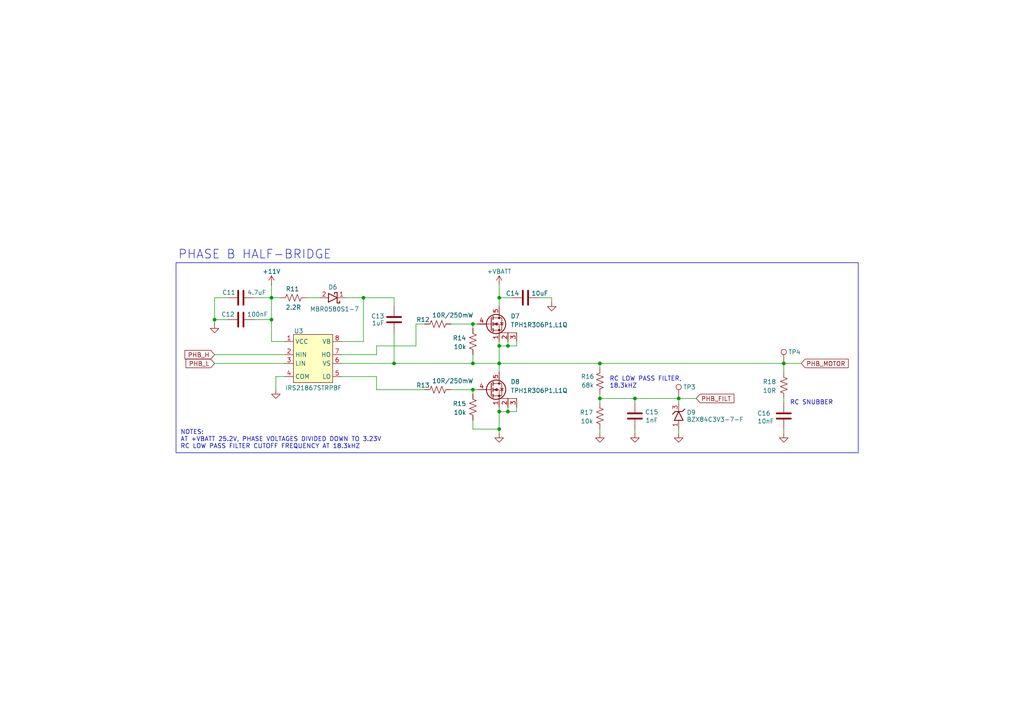
<source format=kicad_sch>
(kicad_sch (version 20231120) (generator "eeschema") (generator_version "8.0")
  (paper "A4")
  (title_block (title "PHASE B HALF-BRIDGE") (date "2025-12-20") (rev "A") (comment 1 "REVIEWED BY:") (comment 3 "GITHUB: /nikphillydev") (comment 4 "DRAWN BY: N.PHILIPENKO") (comment 5 "SIGNED:"))
  (lib_symbols
    (symbol "Connector:TestPoint" (pin_numbers hide) (pin_names (offset 0.762) hide)
      (property "Reference" "TP" (at 0 6.858 0))
      (property "Value" "TestPoint" (at 0 5.08 0))
      (symbol "TestPoint_0_1"
        (circle (center 0 3.302) (radius 0.762))
      )
      (symbol "TestPoint_1_1"
        (pin passive line (at 0 0 90) (length 2.54) (name "1") (number "1"))
      )
    )
    (symbol "Device:C" (pin_numbers hide) (pin_names (offset 0.254))
      (property "Reference" "C" (at 0.635 2.54 0))
      (property "Value" "C" (at 0.635 -2.54 0))
      (symbol "C_0_1"
        (polyline (pts (xy -2.032 -0.762) (xy 2.032 -0.762)) (stroke (width 0.508)))
        (polyline (pts (xy -2.032 0.762) (xy 2.032 0.762)) (stroke (width 0.508)))
      )
      (symbol "C_1_1"
        (pin passive line (at 0 3.81 270) (length 2.794) (name "~") (number "1"))
        (pin passive line (at 0 -3.81 90) (length 2.794) (name "~") (number "2"))
      )
    )
    (symbol "Device:R_US" (pin_numbers hide) (pin_names (offset 0))
      (property "Reference" "R" (at 2.54 0 90))
      (property "Value" "R_US" (at -2.54 0 90))
      (symbol "R_US_0_1"
        (polyline (pts (xy 0 -2.286) (xy 0 -2.54)))
        (polyline (pts (xy 0 2.286) (xy 0 2.54)))
        (polyline (pts (xy 0 -0.762) (xy 1.016 -1.143) (xy 0 -1.524) (xy -1.016 -1.905) (xy 0 -2.286)))
        (polyline (pts (xy 0 0.762) (xy 1.016 0.381) (xy 0 0) (xy -1.016 -0.381) (xy 0 -0.762)))
        (polyline (pts (xy 0 2.286) (xy 1.016 1.905) (xy 0 1.524) (xy -1.016 1.143) (xy 0 0.762)))
      )
      (symbol "R_US_1_1"
        (pin passive line (at 0 3.81 270) (length 1.27) (name "~") (number "1"))
        (pin passive line (at 0 -3.81 90) (length 1.27) (name "~") (number "2"))
      )
    )
    (symbol "Diodes:N-MOSFET_ENHANCED_POWER" (pin_names hide)
      (property "Value" "N-MOSFET_POWER" (at 12.192 2.54 0))
      (symbol "N-MOSFET_ENHANCED_POWER_0_1"
        (polyline (pts (xy -1.016 0) (xy -3.81 0)))
        (polyline (pts (xy -1.016 1.905) (xy -1.016 -1.905)) (stroke (width 0.254)))
        (polyline (pts (xy -0.508 -1.27) (xy -0.508 -2.286)) (stroke (width 0.254)))
        (polyline (pts (xy -0.508 0.508) (xy -0.508 -0.508)) (stroke (width 0.254)))
        (polyline (pts (xy -0.508 2.286) (xy -0.508 1.27)) (stroke (width 0.254)))
        (polyline (pts (xy 1.27 2.54) (xy 1.27 1.778)))
        (polyline (pts (xy 1.27 -2.54) (xy 1.27 0) (xy -0.508 0)))
        (polyline (pts (xy 1.27 -2.54) (xy 3.81 -2.54) (xy 6.35 -2.54)))
        (polyline (pts (xy -0.508 -1.778) (xy 2.032 -1.778) (xy 2.032 1.778) (xy -0.508 1.778)))
        (polyline (pts (xy -0.254 0) (xy 0.762 0.381) (xy 0.762 -0.381) (xy -0.254 0)) (fill (type outline)))
        (polyline (pts (xy 1.524 0.508) (xy 1.651 0.381) (xy 2.413 0.381) (xy 2.54 0.254)))
        (polyline (pts (xy 2.032 0.381) (xy 1.651 -0.254) (xy 2.413 -0.254) (xy 2.032 0.381)))
        (circle (center 0.381 0) (radius 2.794) (stroke (width 0.254)))
        (circle (center 1.27 -1.778) (radius 0.254) (fill (type outline)))
        (circle (center 1.27 1.778) (radius 0.254) (fill (type outline)))
      )
      (symbol "N-MOSFET_ENHANCED_POWER_1_0"
        (pin passive line (at -5.08 0 0) (length 2.54) (name "G") (number "4"))
        (pin passive line (at 1.27 5.08 270) (length 2.54) (name "D") (number "5"))
      )
      (symbol "N-MOSFET_ENHANCED_POWER_1_1"
        (pin passive line (at 1.27 -5.08 90) (length 2.54) (name "S") (number "1"))
        (pin passive line (at 3.81 -5.08 90) (length 2.54) (name "S") (number "2"))
        (pin passive line (at 6.35 -5.08 90) (length 2.54) (name "S") (number "3"))
      )
    )
    (symbol "Diodes:SCHOTTKY" (pin_names hide)
      (property "Reference" "D" (at 3.556 -1.27 0))
      (symbol "SCHOTTKY_0_1"
        (polyline (pts (xy 1.27 -1.27) (xy -1.27 -1.27) (xy 0 1.27) (xy 1.27 -1.27)) (stroke (width 0.254)))
        (polyline (pts (xy -1.016 0.508) (xy -1.524 0.508) (xy -1.524 1.27) (xy 1.524 1.27) (xy 1.524 2.032) (xy 1.016 2.032)) (stroke (width 0.254)))
      )
      (symbol "SCHOTTKY_1_1"
        (pin passive line (at 0 3.81 270) (length 2.54) (name "K") (number "1"))
        (pin passive line (at 0 -3.81 90) (length 2.54) (name "A") (number "2"))
      )
    )
    (symbol "Diodes:ZENER" (pin_names hide)
      (property "Reference" "D22" (at 2.54 1.0161 0))
      (property "Value" "~" (at 2.54 -0.889 0))
      (symbol "ZENER_0_1"
        (polyline (pts (xy -1.27 -1.27) (xy 1.27 -1.27) (xy 0 1.27) (xy -1.27 -1.27)) (stroke (width 0.254)))
      )
      (symbol "ZENER_1_1"
        (polyline (pts (xy -1.016 1.27) (xy -1.778 0.508)) (stroke (width 0.254)))
        (polyline (pts (xy -1.016 1.27) (xy 1.016 1.27) (xy 1.778 2.032)) (stroke (width 0.254)))
        (pin passive line (at 0 -3.81 90) (length 2.54) (name "A") (number "1"))
        (pin passive line (at 0 3.81 270) (length 2.54) (name "K") (number "3"))
      )
    )
    (symbol "ICs:IRS21867S"
      (property "Reference" "U" (at -2.794 9.398 0))
      (property "Value" "IRS21867S" (at 2.032 -6.858 0))
      (symbol "IRS21867S_0_0"
        (pin power_in line (at -6.35 6.35 0) (length 2.54) (name "VCC") (number "1"))
        (pin passive line (at -6.35 2.54 0) (length 2.54) (name "HIN") (number "2"))
        (pin passive line (at -6.35 0 0) (length 2.54) (name "LIN") (number "3"))
        (pin passive line (at -6.35 -3.81 0) (length 2.54) (name "COM") (number "4"))
        (pin passive line (at 10.16 -3.81 180) (length 2.54) (name "LO") (number "5"))
        (pin passive line (at 10.16 0 180) (length 2.54) (name "VS") (number "6"))
        (pin passive line (at 10.16 2.54 180) (length 2.54) (name "HO") (number "7"))
        (pin passive line (at 10.16 6.35 180) (length 2.54) (name "VB") (number "8"))
      )
      (symbol "IRS21867S_1_1"
        (rectangle (start -3.81 8.382) (end 7.62 -5.588) (fill (type background)))
      )
    )
    (symbol "power:+3.3V" (power) (pin_numbers hide) (pin_names (offset 0) hide)
      (property "Value" "+3.3V" (at 0 3.556 0))
      (symbol "+3.3V_0_1"
        (polyline (pts (xy -0.762 1.27) (xy 0 2.54)))
        (polyline (pts (xy 0 0) (xy 0 2.54)))
        (polyline (pts (xy 0 2.54) (xy 0.762 1.27)))
      )
      (symbol "+3.3V_1_1"
        (pin power_in line (at 0 0 90) (length 0) (name "~") (number "1"))
      )
    )
    (symbol "power:GND" (power) (pin_numbers hide) (pin_names (offset 0) hide)
      (property "Value" "GND" (at 0 -3.81 0))
      (symbol "GND_0_1"
        (polyline (pts (xy 0 0) (xy 0 -1.27) (xy 1.27 -1.27) (xy 0 -2.54) (xy -1.27 -1.27) (xy 0 -1.27)))
      )
      (symbol "GND_1_1"
        (pin power_in line (at 0 0 270) (length 0) (name "~") (number "1"))
      )
    )
  )
  (junction (at 114.3 105.41))
  (junction (at 62.23 92.71))
  (junction (at 147.32 100.33))
  (junction (at 196.85 115.57))
  (junction (at 78.74 92.71))
  (junction (at 173.99 115.57))
  (junction (at 227.33 105.41))
  (junction (at 144.78 105.41))
  (junction (at 184.15 115.57))
  (junction (at 173.99 105.41))
  (junction (at 147.32 119.38))
  (junction (at 144.78 119.38))
  (junction (at 105.41 86.36))
  (junction (at 144.78 86.36))
  (junction (at 144.78 100.33))
  (junction (at 144.78 124.46))
  (junction (at 137.16 105.41))
  (junction (at 78.74 86.36))
  (junction (at 137.16 93.98))
  (junction (at 137.16 113.03))
  (wire (pts (xy 137.16 121.92) (xy 137.16 124.46)))
  (wire (pts (xy 173.99 115.57) (xy 184.15 115.57)))
  (wire (pts (xy 78.74 86.36) (xy 78.74 92.71)))
  (wire (pts (xy 137.16 93.98) (xy 137.16 95.25)))
  (wire (pts (xy 184.15 124.46) (xy 184.15 125.73)))
  (wire (pts (xy 137.16 93.98) (xy 138.43 93.98)))
  (wire (pts (xy 144.78 105.41) (xy 173.99 105.41)))
  (wire (pts (xy 62.23 105.41) (xy 82.55 105.41)))
  (wire (pts (xy 173.99 105.41) (xy 173.99 106.68)))
  (wire (pts (xy 144.78 119.38) (xy 147.32 119.38)))
  (wire (pts (xy 114.3 86.36) (xy 114.3 88.9)))
  (wire (pts (xy 137.16 105.41) (xy 144.78 105.41)))
  (wire (pts (xy 196.85 115.57) (xy 196.85 116.84)))
  (wire (pts (xy 147.32 119.38) (xy 149.86 119.38)))
  (wire (pts (xy 184.15 115.57) (xy 184.15 116.84)))
  (wire (pts (xy 62.23 92.71) (xy 62.23 93.98)))
  (wire (pts (xy 137.16 113.03) (xy 138.43 113.03)))
  (wire (pts (xy 99.06 105.41) (xy 114.3 105.41)))
  (wire (pts (xy 130.81 113.03) (xy 137.16 113.03)))
  (wire (pts (xy 66.04 86.36) (xy 62.23 86.36)))
  (wire (pts (xy 147.32 118.11) (xy 147.32 119.38)))
  (wire (pts (xy 62.23 86.36) (xy 62.23 92.71)))
  (wire (pts (xy 80.01 109.22) (xy 80.01 113.03)))
  (wire (pts (xy 109.22 102.87) (xy 99.06 102.87)))
  (wire (pts (xy 227.33 115.57) (xy 227.33 116.84)))
  (wire (pts (xy 144.78 118.11) (xy 144.78 119.38)))
  (wire (pts (xy 227.33 124.46) (xy 227.33 125.73)))
  (wire (pts (xy 99.06 109.22) (xy 109.22 109.22)))
  (wire (pts (xy 144.78 86.36) (xy 148.59 86.36)))
  (wire (pts (xy 105.41 86.36) (xy 114.3 86.36)))
  (wire (pts (xy 144.78 86.36) (xy 144.78 88.9)))
  (wire (pts (xy 160.02 86.36) (xy 160.02 87.63)))
  (wire (pts (xy 173.99 114.3) (xy 173.99 115.57)))
  (wire (pts (xy 114.3 105.41) (xy 137.16 105.41)))
  (wire (pts (xy 82.55 99.06) (xy 78.74 99.06)))
  (wire (pts (xy 149.86 99.06) (xy 149.86 100.33)))
  (wire (pts (xy 149.86 100.33) (xy 147.32 100.33)))
  (wire (pts (xy 144.78 124.46) (xy 144.78 125.73)))
  (wire (pts (xy 147.32 99.06) (xy 147.32 100.33)))
  (wire (pts (xy 88.9 86.36) (xy 92.71 86.36)))
  (wire (pts (xy 137.16 102.87) (xy 137.16 105.41)))
  (wire (pts (xy 62.23 102.87) (xy 82.55 102.87)))
  (wire (pts (xy 227.33 105.41) (xy 232.41 105.41)))
  (wire (pts (xy 109.22 100.33) (xy 109.22 102.87)))
  (wire (pts (xy 82.55 109.22) (xy 80.01 109.22)))
  (wire (pts (xy 144.78 100.33) (xy 147.32 100.33)))
  (wire (pts (xy 73.66 86.36) (xy 78.74 86.36)))
  (wire (pts (xy 100.33 86.36) (xy 105.41 86.36)))
  (wire (pts (xy 144.78 99.06) (xy 144.78 100.33)))
  (wire (pts (xy 120.65 93.98) (xy 120.65 100.33)))
  (wire (pts (xy 137.16 113.03) (xy 137.16 114.3)))
  (wire (pts (xy 144.78 100.33) (xy 144.78 105.41)))
  (wire (pts (xy 196.85 115.57) (xy 184.15 115.57)))
  (wire (pts (xy 137.16 124.46) (xy 144.78 124.46)))
  (wire (pts (xy 130.81 93.98) (xy 137.16 93.98)))
  (wire (pts (xy 196.85 124.46) (xy 196.85 125.73)))
  (wire (pts (xy 66.04 92.71) (xy 62.23 92.71)))
  (wire (pts (xy 144.78 119.38) (xy 144.78 124.46)))
  (wire (pts (xy 109.22 100.33) (xy 120.65 100.33)))
  (wire (pts (xy 149.86 118.11) (xy 149.86 119.38)))
  (wire (pts (xy 173.99 115.57) (xy 173.99 116.84)))
  (wire (pts (xy 114.3 96.52) (xy 114.3 105.41)))
  (wire (pts (xy 144.78 105.41) (xy 144.78 107.95)))
  (wire (pts (xy 78.74 82.55) (xy 78.74 86.36)))
  (wire (pts (xy 227.33 105.41) (xy 227.33 107.95)))
  (wire (pts (xy 173.99 124.46) (xy 173.99 125.73)))
  (wire (pts (xy 109.22 113.03) (xy 123.19 113.03)))
  (wire (pts (xy 78.74 86.36) (xy 81.28 86.36)))
  (wire (pts (xy 99.06 99.06) (xy 105.41 99.06)))
  (wire (pts (xy 156.21 86.36) (xy 160.02 86.36)))
  (wire (pts (xy 144.78 82.55) (xy 144.78 86.36)))
  (wire (pts (xy 120.65 93.98) (xy 123.19 93.98)))
  (wire (pts (xy 173.99 105.41) (xy 227.33 105.41)))
  (wire (pts (xy 196.85 115.57) (xy 201.93 115.57)))
  (wire (pts (xy 73.66 92.71) (xy 78.74 92.71)))
  (wire (pts (xy 78.74 92.71) (xy 78.74 99.06)))
  (wire (pts (xy 105.41 86.36) (xy 105.41 99.06)))
  (wire (pts (xy 109.22 109.22) (xy 109.22 113.03)))
  (rectangle (start 51.054 76.2) (end 248.92 131.318))
  (text "RC LOW PASS FILTER,\n18.3kHZ\n" (at 176.784 110.998 0) (effects (font (size 1.27 1.27)) (justify left)))
  (text "RC SNUBBER\n" (at 229.108 116.84 0) (effects (font (size 1.27 1.27)) (justify left)))
  (text "NOTES:\nAT +VBATT 25.2V, PHASE VOLTAGES DIVIDED DOWN TO 3.23V\nRC LOW PASS FILTER CUTOFF FREQUENCY AT 18.3kHZ" (at 52.324 127.508 0) (effects (font (size 1.27 1.27)) (justify left)))
  (text "PHASE B HALF-BRIDGE" (at 73.914 73.914 0) (effects (font (size 2.54 2.54))))
  (global_label "PHB_H" (shape input) (at 62.23 102.87 180) (property "Intersheetrefs" "${INTERSHEET_REFS}" (effects (hide yes))))
  (global_label "PHB_FILT" (shape input) (at 201.93 115.57 0) (property "Intersheetrefs" "${INTERSHEET_REFS}" (effects (hide yes))))
  (global_label "PHB_L" (shape input) (at 62.23 105.41 180) (property "Intersheetrefs" "${INTERSHEET_REFS}" (effects (hide yes))))
  (global_label "PHB_MOTOR" (shape input) (at 232.41 105.41 0) (property "Intersheetrefs" "${INTERSHEET_REFS}" (effects (hide yes))))
  (symbol (lib_id "Device:R_US") (at 127 113.03 90) (unit 1)
    (property "Reference" "R13" (at 122.682 111.76 90))
    (property "Value" "10R/250mW" (at 131.318 110.49 90))
    (property "Footprint" "Resistors:RES_0805_2012Metric" (effects (hide yes)))
    (property "Description" "RES 10 OHM 1% 1/4W 0805" (effects (hide yes)))
    (property "JLCPCB Part #" "C727983" (effects (hide yes)))
    (property "Manufacturer" "YAGEO" (effects (hide yes)))
    (property "Manufacturer Part #" "AC0805FR-7W10RL" (effects (hide yes)))
  )
  (symbol (lib_id "Diodes:N-MOSFET_ENHANCED_POWER") (at 143.51 113.03 0) (unit 1)
    (property "Reference" "D8" (at 148.082 110.744 0) (effects (justify left)))
    (property "Value" "TPH1R306P1,L1Q" (at 148.082 113.284 0) (effects (justify left)))
    (property "Footprint" "Diodes:PQFN-8-EP_6x5mm_P1.27mm_Generic" (effects (hide yes)))
    (property "Description" "MOSFET N-CH 60V 100A 8SOP" (effects (hide yes)))
    (property "JLCPCB Part #" "C6290261" (effects (hide yes)))
    (property "Manufacturer" "Toshiba Semiconductor and Storage" (effects (hide yes)))
    (property "Manufacturer Part #" "TPH1R306P1,L1Q" (effects (hide yes)))
  )
  (symbol (lib_id "Device:C") (at 184.15 120.65 0) (mirror x) (unit 1)
    (property "Reference" "C15" (at 187.071 119.507 0) (effects (justify left)))
    (property "Value" "1nF" (at 187.198 121.92 0) (effects (justify left)))
    (property "Footprint" "Capacitors:CAP_0603_1608Metric" (effects (hide yes)))
    (property "Description" "CAP CER 1000PF 50V X7R 0603" (effects (hide yes)))
    (property "JLCPCB Part #" "C1588" (effects (hide yes)))
    (property "Manufacturer" "Samsung Electro-Mechanics" (effects (hide yes)))
    (property "Manufacturer Part #" "CL10B102KB8NNNC" (effects (hide yes)))
  )
  (symbol (lib_id "power:GND") (at 184.15 125.73 0) (mirror y) (unit 1)
    (property "Reference" "#PWR24" (effects (hide yes)))
    (property "Value" "GND" (effects (hide yes)))
    (property "Description" "Power symbol creates a global label with name \"GND\" , ground" (effects (hide yes)))
  )
  (symbol (lib_id "Device:R_US") (at 137.16 118.11 0) (unit 1)
    (property "Reference" "R15" (at 131.318 117.094 0) (effects (justify left)))
    (property "Value" "10k" (at 131.572 119.634 0) (effects (justify left)))
    (property "Footprint" "Resistors:RES_0603_1608Metric" (effects (hide yes)))
    (property "Description" "RES 10K OHM 1% 1/10W 0603" (effects (hide yes)))
    (property "JLCPCB Part #" "C25804" (effects (hide yes)))
    (property "Manufacturer" "Stackpole Electronics Inc" (effects (hide yes)))
    (property "Manufacturer Part #" "RMCF0603FT10K0" (effects (hide yes)))
  )
  (symbol (lib_id "Connector:TestPoint") (at 196.85 115.57 0) (unit 1) (in_bom no)
    (property "Reference" "TP3" (at 198.12 112.268 0) (effects (justify left)))
    (property "Value" "TestPoint" (effects (hide yes)))
    (property "Footprint" "TestPoint:TestPoint_THTPad_D2.5mm_Drill1.2mm" (effects (hide yes)))
    (property "Description" "TEST POINT" (effects (hide yes)))
  )
  (symbol (lib_id "Device:R_US") (at 173.99 120.65 0) (unit 1)
    (property "Reference" "R17" (at 168.148 119.634 0) (effects (justify left)))
    (property "Value" "10k" (at 168.402 122.174 0) (effects (justify left)))
    (property "Footprint" "Resistors:RES_0603_1608Metric" (effects (hide yes)))
    (property "Description" "RES 10K OHM 1% 1/10W 0603" (effects (hide yes)))
    (property "JLCPCB Part #" "C25804" (effects (hide yes)))
    (property "Manufacturer" "Stackpole Electronics Inc" (effects (hide yes)))
    (property "Manufacturer Part #" "RMCF0603FT10K0" (effects (hide yes)))
  )
  (symbol (lib_id "Connector:TestPoint") (at 227.33 105.41 0) (unit 1) (in_bom no)
    (property "Reference" "TP4" (at 228.6 102.108 0) (effects (justify left)))
    (property "Value" "TestPoint" (effects (hide yes)))
    (property "Footprint" "TestPoint:TestPoint_THTPad_D2.5mm_Drill1.2mm" (effects (hide yes)))
    (property "Description" "TEST POINT" (effects (hide yes)))
  )
  (symbol (lib_id "Device:R_US") (at 137.16 99.06 0) (unit 1)
    (property "Reference" "R14" (at 131.318 98.044 0) (effects (justify left)))
    (property "Value" "10k" (at 131.572 100.584 0) (effects (justify left)))
    (property "Footprint" "Resistors:RES_0603_1608Metric" (effects (hide yes)))
    (property "Description" "RES 10K OHM 1% 1/10W 0603" (effects (hide yes)))
    (property "JLCPCB Part #" "C25804" (effects (hide yes)))
    (property "Manufacturer" "Stackpole Electronics Inc" (effects (hide yes)))
    (property "Manufacturer Part #" "RMCF0603FT10K0" (effects (hide yes)))
  )
  (symbol (lib_id "Device:R_US") (at 85.09 86.36 90) (unit 1)
    (property "Reference" "R11" (at 84.836 83.82 90))
    (property "Value" "2.2R" (at 85.09 89.154 90))
    (property "Footprint" "Resistors:RES_1206_3216Metric" (effects (hide yes)))
    (property "Description" "RES SMD 2.2 OHM 1% 3/4W 1206" (effects (hide yes)))
    (property "JLCPCB Part #" "C1854860" (effects (hide yes)))
    (property "Manufacturer" "Vishay Dale" (effects (hide yes)))
    (property "Manufacturer Part #" "CRCW12062R20FKEAHP" (effects (hide yes)))
  )
  (symbol (lib_id "Diodes:SCHOTTKY") (at 96.52 86.36 270) (unit 1)
    (property "Reference" "D6" (at 96.52 83.312 90))
    (property "Value" "MBR0580S1-7" (at 97.028 89.662 90))
    (property "Footprint" "Diodes:DiodesINC_SOD123" (effects (hide yes)))
    (property "Description" "DIODE SCHOTTKY 80V 500MA SOD123" (effects (hide yes)))
    (property "JLCPCB Part #" "C177047" (effects (hide yes)))
    (property "Manufacturer" "Diodes Incorporated" (effects (hide yes)))
    (property "Manufacturer Part #" "MBR0580S1-7" (effects (hide yes)))
  )
  (symbol (lib_id "power:GND") (at 227.33 125.73 0) (unit 1)
    (property "Reference" "#PWR26" (effects (hide yes)))
    (property "Value" "GND" (effects (hide yes)))
    (property "Description" "Power symbol creates a global label with name \"GND\" , ground" (effects (hide yes)))
  )
  (symbol (lib_id "power:GND") (at 173.99 125.73 0) (mirror y) (unit 1)
    (property "Reference" "#PWR23" (effects (hide yes)))
    (property "Value" "GND" (effects (hide yes)))
    (property "Description" "Power symbol creates a global label with name \"GND\" , ground" (effects (hide yes)))
  )
  (symbol (lib_id "power:GND") (at 62.23 93.98 0) (unit 1)
    (property "Reference" "#PWR17" (effects (hide yes)))
    (property "Value" "GND" (effects (hide yes)))
    (property "Description" "Power symbol creates a global label with name \"GND\" , ground" (effects (hide yes)))
  )
  (symbol (lib_id "power:+3.3V") (at 144.78 82.55 0) (unit 1)
    (property "Reference" "#PWR20" (effects (hide yes)))
    (property "Value" "+VBATT" (at 144.78 78.74 0))
    (property "Description" "Power symbol creates a global label with name \"+3.3V\"" (effects (hide yes)))
  )
  (symbol (lib_id "power:+3.3V") (at 78.74 82.55 0) (unit 1)
    (property "Reference" "#PWR18" (effects (hide yes)))
    (property "Value" "+11V" (at 78.74 78.74 0))
    (property "Description" "Power symbol creates a global label with name \"+3.3V\"" (effects (hide yes)))
  )
  (symbol (lib_id "Device:R_US") (at 127 93.98 90) (unit 1)
    (property "Reference" "R12" (at 122.682 92.71 90))
    (property "Value" "10R/250mW" (at 131.318 91.44 90))
    (property "Footprint" "Resistors:RES_0805_2012Metric" (effects (hide yes)))
    (property "Description" "RES 10 OHM 1% 1/4W 0805" (effects (hide yes)))
    (property "JLCPCB Part #" "C727983" (effects (hide yes)))
    (property "Manufacturer" "YAGEO" (effects (hide yes)))
    (property "Manufacturer Part #" "AC0805FR-7W10RL" (effects (hide yes)))
  )
  (symbol (lib_id "Device:C") (at 114.3 92.71 180) (unit 1)
    (property "Reference" "C13" (at 111.506 91.694 0) (effects (justify left)))
    (property "Value" "1uF" (at 111.506 93.726 0) (effects (justify left)))
    (property "Footprint" "Capacitors:CAP_0805_2012Metric" (effects (hide yes)))
    (property "Description" "CAP CER 1UF 50V X7R 0805" (effects (hide yes)))
    (property "JLCPCB Part #" "C28323" (effects (hide yes)))
    (property "Manufacturer" "Samsung Electro-Mechanics" (effects (hide yes)))
    (property "Manufacturer Part #" "CL21B105KBFNNNE" (effects (hide yes)))
  )
  (symbol (lib_id "Device:R_US") (at 173.99 110.49 0) (mirror x) (unit 1)
    (property "Reference" "R16" (at 170.434 109.22 0))
    (property "Value" "68k" (at 170.434 111.76 0))
    (property "Footprint" "Resistors:RES_0603_1608Metric" (effects (hide yes)))
    (property "Description" "RES SMD 68K OHM 1% 1/10W 0603" (effects (hide yes)))
    (property "JLCPCB Part #" "C23231" (effects (hide yes)))
    (property "Manufacturer" "Panasonic Electronic Components" (effects (hide yes)))
    (property "Manufacturer Part #" "ERJ-3EKF6802V" (effects (hide yes)))
  )
  (symbol (lib_id "power:GND") (at 196.85 125.73 0) (mirror y) (unit 1)
    (property "Reference" "#PWR25" (effects (hide yes)))
    (property "Value" "GND" (effects (hide yes)))
    (property "Description" "Power symbol creates a global label with name \"GND\" , ground" (effects (hide yes)))
  )
  (symbol (lib_id "power:GND") (at 80.01 113.03 0) (unit 1)
    (property "Reference" "#PWR19" (effects (hide yes)))
    (property "Value" "GND" (effects (hide yes)))
    (property "Description" "Power symbol creates a global label with name \"GND\" , ground" (effects (hide yes)))
  )
  (symbol (lib_id "Device:C") (at 69.85 92.71 90) (mirror x) (unit 1)
    (property "Reference" "C12" (at 68.072 91.186 90) (effects (justify left)))
    (property "Value" "100nF" (at 77.724 91.186 90) (effects (justify left)))
    (property "Footprint" "Capacitors:CAP_0603_1608Metric" (effects (hide yes)))
    (property "Description" "CAP CER 0.1UF 50V X7R 0603" (effects (hide yes)))
    (property "JLCPCB Part #" "C14663" (effects (hide yes)))
    (property "Manufacturer" "YAGEO" (effects (hide yes)))
    (property "Manufacturer Part #" "CC0603KRX7R9BB104" (effects (hide yes)))
  )
  (symbol (lib_id "Device:C") (at 152.4 86.36 90) (unit 1)
    (property "Reference" "C14" (at 150.622 85.09 90) (effects (justify left)))
    (property "Value" "10uF" (at 159.004 85.09 90) (effects (justify left)))
    (property "Footprint" "Capacitors:CAP_1206_3216Metric" (effects (hide yes)))
    (property "Description" "CAP CER 10UF 50V X5R 1206" (effects (hide yes)))
    (property "JLCPCB Part #" "C13585" (effects (hide yes)))
    (property "Manufacturer" "Samsung Electro-Mechanics" (effects (hide yes)))
    (property "Manufacturer Part #" "CL31A106KBHNNNE" (effects (hide yes)))
  )
  (symbol (lib_id "Diodes:ZENER") (at 196.85 120.65 0) (unit 1)
    (property "Reference" "D9" (at 199.136 119.634 0) (effects (justify left)))
    (property "Value" "BZX84C3V3-7-F" (at 199.136 121.666 0) (effects (justify left)))
    (property "Footprint" "Diodes:DiodesINC_SOT23-3" (effects (hide yes)))
    (property "Description" "DIODE ZENER 3.3V 300MW SOT23-3" (effects (hide yes)))
    (property "JLCPCB Part #" "C177019" (effects (hide yes)))
    (property "Manufacturer" "Diodes Incorporated" (effects (hide yes)))
    (property "Manufacturer Part #" "BZX84C3V3-7-F" (effects (hide yes)))
  )
  (symbol (lib_id "power:GND") (at 160.02 87.63 0) (unit 1)
    (property "Reference" "#PWR22" (effects (hide yes)))
    (property "Value" "GND" (effects (hide yes)))
    (property "Description" "Power symbol creates a global label with name \"GND\" , ground" (effects (hide yes)))
  )
  (symbol (lib_id "ICs:IRS21867S") (at 88.9 105.41 0) (unit 1)
    (property "Reference" "U3" (at 86.614 96.012 0))
    (property "Value" "IRS21867STRPBF" (at 90.932 112.522 0))
    (property "Footprint" "ICs:SOIC-8" (effects (hide yes)))
    (property "Description" "IC GATE DRVR HALF-BRIDGE 8SOIC" (effects (hide yes)))
    (property "JLCPCB Part #" "C52290" (effects (hide yes)))
    (property "Manufacturer" "Infineon Technologies" (effects (hide yes)))
    (property "Manufacturer Part #" "IRS21867STRPBF" (effects (hide yes)))
  )
  (symbol (lib_id "Diodes:N-MOSFET_ENHANCED_POWER") (at 143.51 93.98 0) (unit 1)
    (property "Reference" "D7" (at 148.082 91.694 0) (effects (justify left)))
    (property "Value" "TPH1R306P1,L1Q" (at 148.082 94.234 0) (effects (justify left)))
    (property "Footprint" "Diodes:PQFN-8-EP_6x5mm_P1.27mm_Generic" (effects (hide yes)))
    (property "Description" "MOSFET N-CH 60V 100A 8SOP" (effects (hide yes)))
    (property "JLCPCB Part #" "C6290261" (effects (hide yes)))
    (property "Manufacturer" "Toshiba Semiconductor and Storage" (effects (hide yes)))
    (property "Manufacturer Part #" "TPH1R306P1,L1Q" (effects (hide yes)))
  )
  (symbol (lib_id "Device:C") (at 69.85 86.36 90) (unit 1)
    (property "Reference" "C11" (at 68.326 84.836 90) (effects (justify left)))
    (property "Value" "4.7uF" (at 77.216 84.836 90) (effects (justify left)))
    (property "Footprint" "Capacitors:CAP_0805_2012Metric" (effects (hide yes)))
    (property "Description" "CAP CER 4.7UF 25V X5R 0805" (effects (hide yes)))
    (property "JLCPCB Part #" "C1779" (effects (hide yes)))
    (property "Manufacturer" "Samsung Electro-Mechanics" (effects (hide yes)))
    (property "Manufacturer Part #" "CL21A475KAQNNNE" (effects (hide yes)))
  )
  (symbol (lib_id "Device:C") (at 227.33 120.65 180) (unit 1)
    (property "Reference" "C16" (at 223.52 119.888 0) (effects (justify left)))
    (property "Value" "10nF" (at 224.536 122.174 0) (effects (justify left)))
    (property "Footprint" "Capacitors:CAP_0603_1608Metric" (effects (hide yes)))
    (property "Description" "CAP CER 10000PF 50V X7R 0603" (effects (hide yes)))
    (property "JLCPCB Part #" "C57112" (effects (hide yes)))
    (property "Manufacturer" "Samsung Electro-Mechanics" (effects (hide yes)))
    (property "Manufacturer Part #" "CL10B103KB8NNNC" (effects (hide yes)))
  )
  (symbol (lib_id "power:GND") (at 144.78 125.73 0) (unit 1)
    (property "Reference" "#PWR21" (effects (hide yes)))
    (property "Value" "GND" (effects (hide yes)))
    (property "Description" "Power symbol creates a global label with name \"GND\" , ground" (effects (hide yes)))
  )
  (symbol (lib_id "Device:R_US") (at 227.33 111.76 0) (unit 1)
    (property "Reference" "R18" (at 221.234 110.744 0) (effects (justify left)))
    (property "Value" "10R" (at 221.234 113.284 0) (effects (justify left)))
    (property "Footprint" "Resistors:RES_0603_1608Metric" (effects (hide yes)))
    (property "Description" "RES 10 OHM 1% 1/10W 0603" (effects (hide yes)))
    (property "JLCPCB Part #" "C22859" (effects (hide yes)))
    (property "Manufacturer" "YAGEO" (effects (hide yes)))
    (property "Manufacturer Part #" "RC0603FR-0710RL" (effects (hide yes)))
  )
)
</source>
